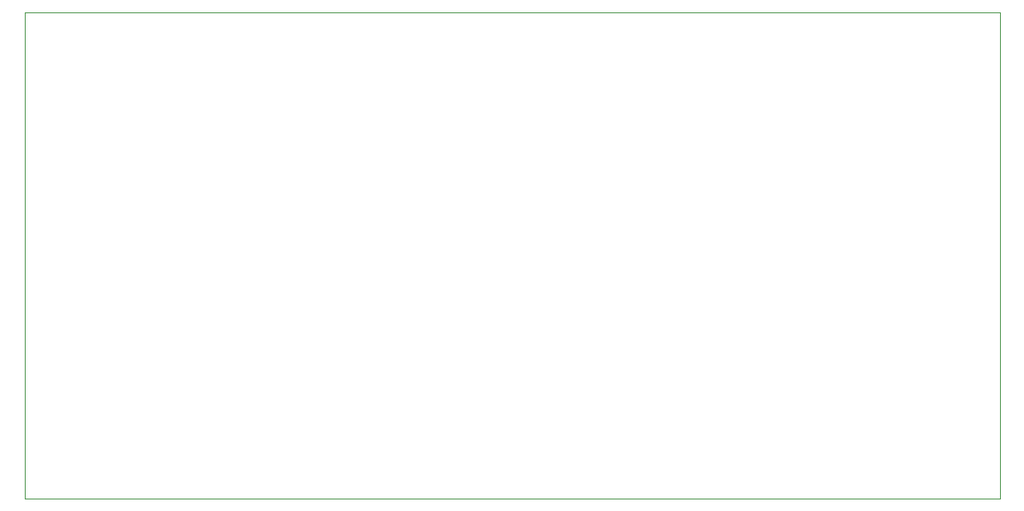
<source format=gbr>
%TF.GenerationSoftware,KiCad,Pcbnew,9.0.7*%
%TF.CreationDate,2026-01-09T15:07:01-08:00*%
%TF.ProjectId,W5500_LX9_AD9957_sramv2_gps,57353530-305f-44c5-9839-5f4144393935,rev?*%
%TF.SameCoordinates,Original*%
%TF.FileFunction,Profile,NP*%
%FSLAX46Y46*%
G04 Gerber Fmt 4.6, Leading zero omitted, Abs format (unit mm)*
G04 Created by KiCad (PCBNEW 9.0.7) date 2026-01-09 15:07:01*
%MOMM*%
%LPD*%
G01*
G04 APERTURE LIST*
%TA.AperFunction,Profile*%
%ADD10C,0.050000*%
%TD*%
G04 APERTURE END LIST*
D10*
X98601100Y-129903600D02*
X198401100Y-129903600D01*
X198401100Y-129903600D02*
X198401100Y-80103600D01*
X198401100Y-80103600D02*
X98601100Y-80103600D01*
X98601100Y-80103600D02*
X98601100Y-129903600D01*
M02*

</source>
